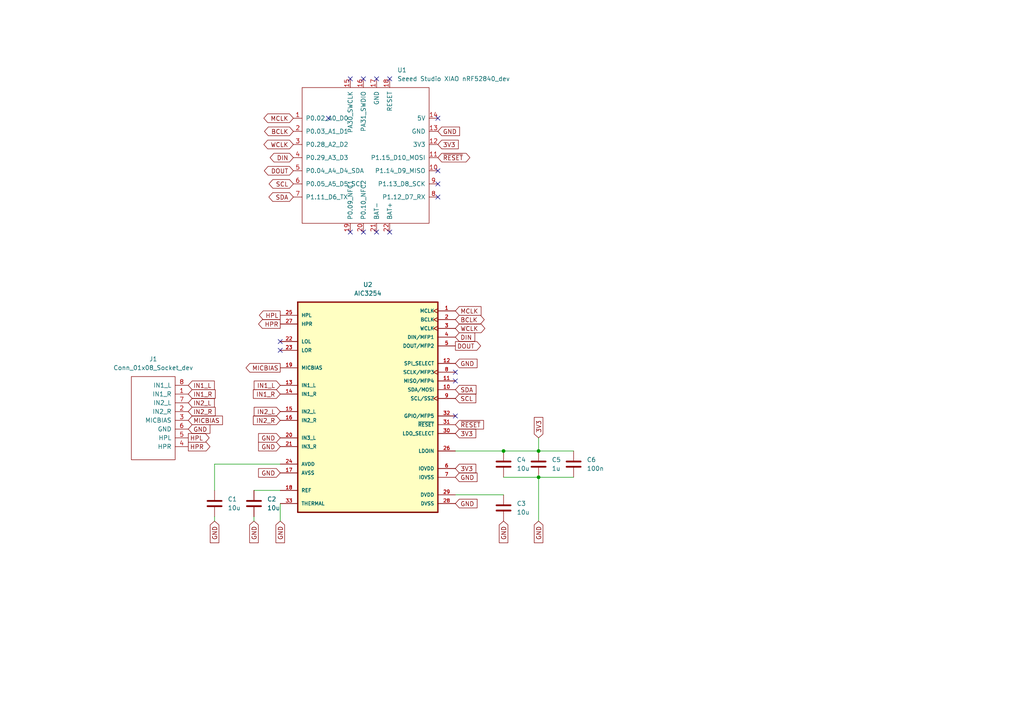
<source format=kicad_sch>
(kicad_sch (version 20231120) (generator "eeschema") (generator_version "8.0")
  (paper "A4")
  (lib_symbols
    (symbol "Device:C" (pin_numbers hide) (pin_names (offset 0.254))
      (property "Reference" "C" (at 0.635 2.54 0))
      (property "Value" "C" (at 0.635 -2.54 0))
      (symbol "C_0_1"
        (polyline (pts (xy -2.032 -0.762) (xy 2.032 -0.762)) (stroke (width 0.508)))
        (polyline (pts (xy -2.032 0.762) (xy 2.032 0.762)) (stroke (width 0.508)))
      )
      (symbol "C_1_1"
        (pin passive line (at 0 3.81 270) (length 2.794) (name "~") (number "1"))
        (pin passive line (at 0 -3.81 90) (length 2.794) (name "~") (number "2"))
      )
    )
    (symbol "New_Library:Conn_01x08_Socket_dev" (pin_names (offset 1.016))
      (property "Reference" "J" (at -6.604 13.208 0))
      (property "Value" "Conn_01x08_Socket_dev" (at 3.556 -14.732 0))
      (symbol "Conn_01x08_Socket_dev_0_1"
        (rectangle (start -7.62 11.43) (end 5.08 -12.7))
      )
      (symbol "Conn_01x08_Socket_dev_1_1"
        (pin input line (at 8.89 6.35 180) (length 3.81) (name "IN1_R") (number "1"))
        (pin input line (at 8.89 1.27 180) (length 3.81) (name "IN2_R") (number "2"))
        (pin power_out line (at 8.89 -1.27 180) (length 3.81) (name "MICBIAS") (number "3"))
        (pin output line (at 8.89 -8.89 180) (length 3.81) (name "HPR") (number "4"))
        (pin output line (at 8.89 -6.35 180) (length 3.81) (name "HPL") (number "5"))
        (pin power_out line (at 8.89 -3.81 180) (length 3.81) (name "GND") (number "6"))
        (pin input line (at 8.89 3.81 180) (length 3.81) (name "IN2_L") (number "7"))
        (pin input line (at 8.89 8.89 180) (length 3.81) (name "IN1_L") (number "8"))
      )
    )
    (symbol "New_Library:Seeed Studio XIAO nRF52840_dev" (pin_names (offset 1.016))
      (property "Reference" "U" (at -19.05 24.13 0))
      (property "Value" "Seeed Studio XIAO nRF52840_dev" (at -5.08 21.59 0))
      (symbol "Seeed Studio XIAO nRF52840_dev_0_1"
        (rectangle (start -19.05 20.32) (end 17.78 -19.05))
      )
      (symbol "Seeed Studio XIAO nRF52840_dev_1_1"
        (pin bidirectional line (at -21.59 11.43 0) (length 2.54) (name "P0.02_A0_D0") (number "1"))
        (pin bidirectional line (at 20.32 -3.81 180) (length 2.54) (name "P1.14_D9_MISO") (number "10"))
        (pin bidirectional line (at 20.32 0 180) (length 2.54) (name "P1.15_D10_MOSI") (number "11"))
        (pin power_in line (at 20.32 3.81 180) (length 2.54) (name "3V3") (number "12"))
        (pin power_in line (at 20.32 7.62 180) (length 2.54) (name "GND") (number "13"))
        (pin power_in line (at 20.32 11.43 180) (length 2.54) (name "5V") (number "14"))
        (pin input line (at -5.08 22.86 270) (length 2.54) (name "PA30_SWCLK") (number "15"))
        (pin bidirectional line (at -1.27 22.86 270) (length 2.54) (name "PA31_SWDIO") (number "16"))
        (pin power_in line (at 2.54 22.86 270) (length 2.54) (name "GND") (number "17"))
        (pin input line (at 6.35 22.86 270) (length 2.54) (name "RESET") (number "18"))
        (pin bidirectional line (at -5.08 -21.59 90) (length 2.54) (name "P0.09_NFC1") (number "19"))
        (pin bidirectional line (at -21.59 7.62 0) (length 2.54) (name "P0.03_A1_D1") (number "2"))
        (pin bidirectional line (at -1.27 -21.59 90) (length 2.54) (name "P0.10_NFC2") (number "20"))
        (pin power_in line (at 2.54 -21.59 90) (length 2.54) (name "BAT-") (number "21"))
        (pin power_in line (at 6.35 -21.59 90) (length 2.54) (name "BAT+") (number "22"))
        (pin bidirectional line (at -21.59 3.81 0) (length 2.54) (name "P0.28_A2_D2") (number "3"))
        (pin bidirectional line (at -21.59 0 0) (length 2.54) (name "P0.29_A3_D3") (number "4"))
        (pin bidirectional line (at -21.59 -3.81 0) (length 2.54) (name "P0.04_A4_D4_SDA") (number "5"))
        (pin bidirectional line (at -21.59 -7.62 0) (length 2.54) (name "P0.05_A5_D5_SCL") (number "6"))
        (pin bidirectional line (at -21.59 -11.43 0) (length 2.54) (name "P1.11_D6_TX") (number "7"))
        (pin bidirectional line (at 20.32 -11.43 180) (length 2.54) (name "P1.12_D7_RX") (number "8"))
        (pin bidirectional line (at 20.32 -7.62 180) (length 2.54) (name "P1.13_D8_SCK") (number "9"))
      )
    )
    (symbol "New_Library:TLV320AIC3254_dev" (pin_names (offset 1.016))
      (property "Reference" "U" (at 16.002 26.924 0))
      (property "Value" "AIC3254" (at -20.066 26.924 0))
      (symbol "TLV320AIC3254_dev_0_0"
        (rectangle (start -20.32 24.13) (end 20.32 -36.83) (stroke (width 0.4064)) (fill (type background)))
        (pin input clock (at 25.4 21.59 180) (length 5.08) (name "MCLK") (number "1"))
        (pin input line (at 25.4 -1.27 180) (length 5.08) (name "SDA/MOSI") (number "10"))
        (pin output line (at 25.4 1.27 180) (length 5.08) (name "MISO/MFP4") (number "11"))
        (pin input line (at 25.4 6.35 180) (length 5.08) (name "SPI_SELECT") (number "12"))
        (pin input line (at -25.4 0 0) (length 5.08) (name "IN1_L") (number "13"))
        (pin input line (at -25.4 -2.54 0) (length 5.08) (name "IN1_R") (number "14"))
        (pin input line (at -25.4 -7.62 0) (length 5.08) (name "IN2_L") (number "15"))
        (pin input line (at -25.4 -10.16 0) (length 5.08) (name "IN2_R") (number "16"))
        (pin power_in line (at -25.4 -25.4 0) (length 5.08) (name "AVSS") (number "17"))
        (pin output line (at -25.4 5.08 0) (length 5.08) (name "MICBIAS") (number "19"))
        (pin bidirectional clock (at 25.4 19.05 180) (length 5.08) (name "BCLK") (number "2"))
        (pin input line (at -25.4 -15.24 0) (length 5.08) (name "IN3_L") (number "20"))
        (pin input line (at -25.4 -17.78 0) (length 5.08) (name "IN3_R") (number "21"))
        (pin output line (at -25.4 12.7 0) (length 5.08) (name "LOL") (number "22"))
        (pin output line (at -25.4 10.16 0) (length 5.08) (name "LOR") (number "23"))
        (pin output line (at -25.4 20.32 0) (length 5.08) (name "HPL") (number "25"))
        (pin power_in line (at 25.4 -19.05 180) (length 5.08) (name "LDOIN") (number "26"))
        (pin output line (at -25.4 17.78 0) (length 5.08) (name "HPR") (number "27"))
        (pin power_in line (at 25.4 -34.29 180) (length 5.08) (name "DVSS") (number "28"))
        (pin bidirectional line (at 25.4 -31.75 180) (length 5.08) (name "DVDD") (number "29"))
        (pin bidirectional clock (at 25.4 16.51 180) (length 5.08) (name "WCLK") (number "3"))
        (pin input line (at 25.4 -13.97 180) (length 5.08) (name "LDO_SELECT") (number "30"))
        (pin input line (at 25.4 -11.43 180) (length 5.08) (name "~{RESET}") (number "31"))
        (pin input line (at 25.4 13.97 180) (length 5.08) (name "DIN/MFP1") (number "4"))
        (pin output line (at 25.4 11.43 180) (length 5.08) (name "DOUT/MFP2") (number "5"))
        (pin power_in line (at 25.4 -26.67 180) (length 5.08) (name "IOVSS") (number "7"))
        (pin input clock (at 25.4 3.81 180) (length 5.08) (name "SCLK/MFP3") (number "8"))
        (pin input clock (at 25.4 -3.81 180) (length 5.08) (name "SCL/SSZ") (number "9"))
      )
      (symbol "TLV320AIC3254_dev_1_0"
        (pin bidirectional line (at -25.4 -30.48 0) (length 5.08) (name "REF") (number "18"))
        (pin bidirectional line (at -25.4 -22.86 0) (length 5.08) (name "AVDD") (number "24"))
        (pin output line (at 25.4 -8.89 180) (length 5.08) (name "GPIO/MFP5") (number "32"))
        (pin power_in line (at -25.4 -34.29 0) (length 5.08) (name "THERMAL") (number "33"))
        (pin power_in line (at 25.4 -24.13 180) (length 5.08) (name "IOVDD") (number "6"))
      )
    )
  )
  (junction (at 156.21 138.43))
  (junction (at 146.05 130.81))
  (junction (at 156.21 130.81))
  (no_connect (at 109.22 22.86))
  (no_connect (at 127 57.15))
  (no_connect (at 132.08 120.65))
  (no_connect (at 127 34.29))
  (no_connect (at 101.6 22.86))
  (no_connect (at 109.22 67.31))
  (no_connect (at 113.03 22.86))
  (no_connect (at 127 53.34))
  (no_connect (at 127 49.53))
  (no_connect (at 101.6 67.31))
  (no_connect (at 113.03 67.31))
  (no_connect (at 105.41 67.31))
  (no_connect (at 81.28 99.06))
  (no_connect (at 132.08 107.95))
  (no_connect (at 132.08 110.49))
  (no_connect (at 81.28 101.6))
  (no_connect (at 105.41 22.86))
  (no_connect (at 95.25 34.29))
  (wire (pts (xy 132.08 143.51) (xy 146.05 143.51)))
  (wire (pts (xy 156.21 127) (xy 156.21 130.81)))
  (wire (pts (xy 146.05 130.81) (xy 156.21 130.81)))
  (wire (pts (xy 73.66 151.13) (xy 73.66 149.86)))
  (wire (pts (xy 73.66 142.24) (xy 81.28 142.24)))
  (wire (pts (xy 146.05 138.43) (xy 156.21 138.43)))
  (wire (pts (xy 156.21 130.81) (xy 166.37 130.81)))
  (wire (pts (xy 156.21 138.43) (xy 166.37 138.43)))
  (wire (pts (xy 62.23 142.24) (xy 62.23 134.62)))
  (wire (pts (xy 62.23 151.13) (xy 62.23 149.86)))
  (wire (pts (xy 62.23 134.62) (xy 81.28 134.62)))
  (wire (pts (xy 156.21 151.13) (xy 156.21 138.43)))
  (wire (pts (xy 81.28 146.05) (xy 81.28 151.13)))
  (wire (pts (xy 132.08 130.81) (xy 146.05 130.81)))
  (global_label "BCLK" (shape bidirectional) (at 85.09 38.1 180) (property "Intersheetrefs" "${INTERSHEET_REFS}" (effects (hide yes))))
  (global_label "GND" (shape input) (at 132.08 105.41 0) (property "Intersheetrefs" "${INTERSHEET_REFS}" (effects (hide yes))))
  (global_label "DOUT" (shape bidirectional) (at 85.09 49.53 180) (property "Intersheetrefs" "${INTERSHEET_REFS}" (effects (hide yes))))
  (global_label "HPL" (shape output) (at 54.61 127 0) (property "Intersheetrefs" "${INTERSHEET_REFS}" (effects (hide yes))))
  (global_label "GND" (shape input) (at 132.08 138.43 0) (property "Intersheetrefs" "${INTERSHEET_REFS}" (effects (hide yes))))
  (global_label "WCLK" (shape bidirectional) (at 85.09 41.91 180) (property "Intersheetrefs" "${INTERSHEET_REFS}" (effects (hide yes))))
  (global_label "BCLK" (shape bidirectional) (at 132.08 92.71 0) (property "Intersheetrefs" "${INTERSHEET_REFS}" (effects (hide yes))))
  (global_label "DOUT" (shape output) (at 132.08 100.33 0) (property "Intersheetrefs" "${INTERSHEET_REFS}" (effects (hide yes))))
  (global_label "DIN" (shape input) (at 132.08 97.79 0) (property "Intersheetrefs" "${INTERSHEET_REFS}" (effects (hide yes))))
  (global_label "MICBIAS" (shape input) (at 54.61 121.92 0) (property "Intersheetrefs" "${INTERSHEET_REFS}" (effects (hide yes))))
  (global_label "MCLK" (shape input) (at 132.08 90.17 0) (property "Intersheetrefs" "${INTERSHEET_REFS}" (effects (hide yes))))
  (global_label "GND" (shape input) (at 156.21 151.13 270) (property "Intersheetrefs" "${INTERSHEET_REFS}" (effects (hide yes))))
  (global_label "IN2_L" (shape input) (at 81.28 119.38 180) (property "Intersheetrefs" "${INTERSHEET_REFS}" (effects (hide yes))))
  (global_label "DIN" (shape bidirectional) (at 85.09 45.72 180) (property "Intersheetrefs" "${INTERSHEET_REFS}" (effects (hide yes))))
  (global_label "GND" (shape input) (at 146.05 151.13 270) (property "Intersheetrefs" "${INTERSHEET_REFS}" (effects (hide yes))))
  (global_label "3V3" (shape input) (at 132.08 135.89 0) (property "Intersheetrefs" "${INTERSHEET_REFS}" (effects (hide yes))))
  (global_label "~{RESET}" (shape input) (at 132.08 123.19 0) (property "Intersheetrefs" "${INTERSHEET_REFS}" (effects (hide yes))))
  (global_label "MICBIAS" (shape output) (at 81.28 106.68 180) (property "Intersheetrefs" "${INTERSHEET_REFS}" (effects (hide yes))))
  (global_label "IN2_R" (shape input) (at 81.28 121.92 180) (property "Intersheetrefs" "${INTERSHEET_REFS}" (effects (hide yes))))
  (global_label "HPR" (shape output) (at 81.28 93.98 180) (property "Intersheetrefs" "${INTERSHEET_REFS}" (effects (hide yes))))
  (global_label "GND" (shape input) (at 81.28 127 180) (property "Intersheetrefs" "${INTERSHEET_REFS}" (effects (hide yes))))
  (global_label "3V3" (shape input) (at 156.21 127 90) (property "Intersheetrefs" "${INTERSHEET_REFS}" (effects (hide yes))))
  (global_label "WCLK" (shape bidirectional) (at 132.08 95.25 0) (property "Intersheetrefs" "${INTERSHEET_REFS}" (effects (hide yes))))
  (global_label "SDA" (shape input) (at 132.08 113.03 0) (property "Intersheetrefs" "${INTERSHEET_REFS}" (effects (hide yes))))
  (global_label "GND" (shape input) (at 81.28 129.54 180) (property "Intersheetrefs" "${INTERSHEET_REFS}" (effects (hide yes))))
  (global_label "GND" (shape input) (at 81.28 151.13 270) (property "Intersheetrefs" "${INTERSHEET_REFS}" (effects (hide yes))))
  (global_label "MCLK" (shape bidirectional) (at 85.09 34.29 180) (property "Intersheetrefs" "${INTERSHEET_REFS}" (effects (hide yes))))
  (global_label "SDA" (shape bidirectional) (at 85.09 57.15 180) (property "Intersheetrefs" "${INTERSHEET_REFS}" (effects (hide yes))))
  (global_label "SCL" (shape bidirectional) (at 85.09 53.34 180) (property "Intersheetrefs" "${INTERSHEET_REFS}" (effects (hide yes))))
  (global_label "GND" (shape input) (at 62.23 151.13 270) (property "Intersheetrefs" "${INTERSHEET_REFS}" (effects (hide yes))))
  (global_label "3V3" (shape input) (at 127 41.91 0) (property "Intersheetrefs" "${INTERSHEET_REFS}" (effects (hide yes))))
  (global_label "GND" (shape input) (at 54.61 124.46 0) (property "Intersheetrefs" "${INTERSHEET_REFS}" (effects (hide yes))))
  (global_label "GND" (shape input) (at 73.66 151.13 270) (property "Intersheetrefs" "${INTERSHEET_REFS}" (effects (hide yes))))
  (global_label "IN1_L" (shape input) (at 54.61 111.76 0) (property "Intersheetrefs" "${INTERSHEET_REFS}" (effects (hide yes))))
  (global_label "HPL" (shape output) (at 81.28 91.44 180) (property "Intersheetrefs" "${INTERSHEET_REFS}" (effects (hide yes))))
  (global_label "IN1_L" (shape input) (at 81.28 111.76 180) (property "Intersheetrefs" "${INTERSHEET_REFS}" (effects (hide yes))))
  (global_label "IN2_L" (shape input) (at 54.61 116.84 0) (property "Intersheetrefs" "${INTERSHEET_REFS}" (effects (hide yes))))
  (global_label "3V3" (shape input) (at 132.08 125.73 0) (property "Intersheetrefs" "${INTERSHEET_REFS}" (effects (hide yes))))
  (global_label "GND" (shape input) (at 81.28 137.16 180) (property "Intersheetrefs" "${INTERSHEET_REFS}" (effects (hide yes))))
  (global_label "IN1_R" (shape input) (at 54.61 114.3 0) (property "Intersheetrefs" "${INTERSHEET_REFS}" (effects (hide yes))))
  (global_label "GND" (shape input) (at 127 38.1 0) (property "Intersheetrefs" "${INTERSHEET_REFS}" (effects (hide yes))))
  (global_label "HPR" (shape output) (at 54.61 129.54 0) (property "Intersheetrefs" "${INTERSHEET_REFS}" (effects (hide yes))))
  (global_label "IN1_R" (shape input) (at 81.28 114.3 180) (property "Intersheetrefs" "${INTERSHEET_REFS}" (effects (hide yes))))
  (global_label "~{RESET}" (shape bidirectional) (at 127 45.72 0) (property "Intersheetrefs" "${INTERSHEET_REFS}" (effects (hide yes))))
  (global_label "GND" (shape input) (at 132.08 146.05 0) (property "Intersheetrefs" "${INTERSHEET_REFS}" (effects (hide yes))))
  (global_label "IN2_R" (shape input) (at 54.61 119.38 0) (property "Intersheetrefs" "${INTERSHEET_REFS}" (effects (hide yes))))
  (global_label "SCL" (shape input) (at 132.08 115.57 0) (property "Intersheetrefs" "${INTERSHEET_REFS}" (effects (hide yes))))
  (symbol (lib_id "New_Library:Conn_01x08_Socket_dev") (at 45.72 120.65 0) (unit 1)
    (property "Reference" "J1" (at 44.45 104.14 0))
    (property "Value" "Conn_01x08_Socket_dev" (at 44.45 106.68 0))
    (property "Footprint" "Footprint_Library:Conn_8_dev" (effects (hide yes)))
  )
  (symbol (lib_id "New_Library:Seeed Studio XIAO nRF52840_dev") (at 106.68 45.72 0) (unit 1)
    (property "Reference" "U1" (at 115.2241 20.32 0) (effects (justify left)))
    (property "Value" "Seeed Studio XIAO nRF52840_dev" (at 115.2241 22.86 0) (effects (justify left)))
    (property "Footprint" "Footprint_Library:XIAO-Generic-Thruhole-14P-2.54-21X17.8MM_dev" (effects (hide yes)))
  )
  (symbol (lib_id "Device:C") (at 62.23 146.05 180) (unit 1)
    (property "Reference" "C1" (at 66.04 144.7799 0) (effects (justify right)))
    (property "Value" "10u" (at 66.04 147.3199 0) (effects (justify right)))
    (property "Footprint" "Capacitor_SMD:C_0805_2012Metric_Pad1.18x1.45mm_HandSolder" (effects (hide yes)))
    (property "Description" "Unpolarized capacitor" (effects (hide yes)))
  )
  (symbol (lib_id "New_Library:TLV320AIC3254_dev") (at 106.68 111.76 0) (unit 1)
    (property "Reference" "U2" (at 106.68 82.55 0))
    (property "Value" "AIC3254" (at 106.68 85.09 0))
    (property "Footprint" "Package_DFN_QFN:VQFN-32-1EP_5x5mm_P0.5mm_EP3.1x3.1mm_ThermalVias" (effects (hide yes)))
  )
  (symbol (lib_id "Device:C") (at 146.05 147.32 180) (unit 1)
    (property "Reference" "C3" (at 149.86 146.0499 0) (effects (justify right)))
    (property "Value" "10u" (at 149.86 148.5899 0) (effects (justify right)))
    (property "Footprint" "Capacitor_SMD:C_0805_2012Metric_Pad1.18x1.45mm_HandSolder" (effects (hide yes)))
    (property "Description" "Unpolarized capacitor" (effects (hide yes)))
  )
  (symbol (lib_id "Device:C") (at 166.37 134.62 180) (unit 1)
    (property "Reference" "C6" (at 170.18 133.3499 0) (effects (justify right)))
    (property "Value" "100n" (at 170.18 135.8899 0) (effects (justify right)))
    (property "Footprint" "Capacitor_SMD:C_0805_2012Metric_Pad1.18x1.45mm_HandSolder" (effects (hide yes)))
    (property "Description" "Unpolarized capacitor" (effects (hide yes)))
  )
  (symbol (lib_id "Device:C") (at 146.05 134.62 180) (unit 1)
    (property "Reference" "C4" (at 149.86 133.3499 0) (effects (justify right)))
    (property "Value" "10u" (at 149.86 135.8899 0) (effects (justify right)))
    (property "Footprint" "Capacitor_SMD:C_0805_2012Metric_Pad1.18x1.45mm_HandSolder" (effects (hide yes)))
    (property "Description" "Unpolarized capacitor" (effects (hide yes)))
  )
  (symbol (lib_id "Device:C") (at 73.66 146.05 180) (unit 1)
    (property "Reference" "C2" (at 77.47 144.7799 0) (effects (justify right)))
    (property "Value" "10u" (at 77.47 147.3199 0) (effects (justify right)))
    (property "Footprint" "Capacitor_SMD:C_0805_2012Metric_Pad1.18x1.45mm_HandSolder" (effects (hide yes)))
    (property "Description" "Unpolarized capacitor" (effects (hide yes)))
  )
  (symbol (lib_id "Device:C") (at 156.21 134.62 180) (unit 1)
    (property "Reference" "C5" (at 160.02 133.3499 0) (effects (justify right)))
    (property "Value" "1u" (at 160.02 135.8899 0) (effects (justify right)))
    (property "Footprint" "Capacitor_SMD:C_0805_2012Metric_Pad1.18x1.45mm_HandSolder" (effects (hide yes)))
    (property "Description" "Unpolarized capacitor" (effects (hide yes)))
  )
)
</source>
